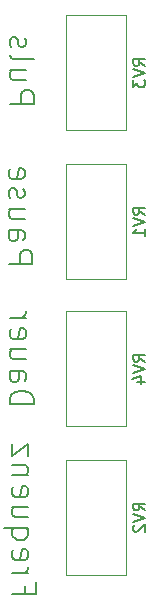
<source format=gbr>
%TF.GenerationSoftware,KiCad,Pcbnew,6.0.11-2627ca5db0~126~ubuntu22.04.1*%
%TF.CreationDate,2023-02-28T16:13:49+01:00*%
%TF.ProjectId,AstaGroeting-A_Spark_of_Passion,41737461-4772-46f6-9574-696e672d415f,rev?*%
%TF.SameCoordinates,Original*%
%TF.FileFunction,Legend,Bot*%
%TF.FilePolarity,Positive*%
%FSLAX46Y46*%
G04 Gerber Fmt 4.6, Leading zero omitted, Abs format (unit mm)*
G04 Created by KiCad (PCBNEW 6.0.11-2627ca5db0~126~ubuntu22.04.1) date 2023-02-28 16:13:49*
%MOMM*%
%LPD*%
G01*
G04 APERTURE LIST*
%ADD10C,0.150000*%
%ADD11C,0.120000*%
G04 APERTURE END LIST*
D10*
X104592857Y-118951428D02*
X104592857Y-119618095D01*
X103545238Y-119618095D02*
X105545238Y-119618095D01*
X105545238Y-118665714D01*
X103545238Y-117903809D02*
X104878571Y-117903809D01*
X104497619Y-117903809D02*
X104688095Y-117808571D01*
X104783333Y-117713333D01*
X104878571Y-117522857D01*
X104878571Y-117332380D01*
X103640476Y-115903809D02*
X103545238Y-116094285D01*
X103545238Y-116475238D01*
X103640476Y-116665714D01*
X103830952Y-116760952D01*
X104592857Y-116760952D01*
X104783333Y-116665714D01*
X104878571Y-116475238D01*
X104878571Y-116094285D01*
X104783333Y-115903809D01*
X104592857Y-115808571D01*
X104402380Y-115808571D01*
X104211904Y-116760952D01*
X104878571Y-114094285D02*
X102878571Y-114094285D01*
X103640476Y-114094285D02*
X103545238Y-114284761D01*
X103545238Y-114665714D01*
X103640476Y-114856190D01*
X103735714Y-114951428D01*
X103926190Y-115046666D01*
X104497619Y-115046666D01*
X104688095Y-114951428D01*
X104783333Y-114856190D01*
X104878571Y-114665714D01*
X104878571Y-114284761D01*
X104783333Y-114094285D01*
X104878571Y-112284761D02*
X103545238Y-112284761D01*
X104878571Y-113141904D02*
X103830952Y-113141904D01*
X103640476Y-113046666D01*
X103545238Y-112856190D01*
X103545238Y-112570476D01*
X103640476Y-112380000D01*
X103735714Y-112284761D01*
X103640476Y-110570476D02*
X103545238Y-110760952D01*
X103545238Y-111141904D01*
X103640476Y-111332380D01*
X103830952Y-111427619D01*
X104592857Y-111427619D01*
X104783333Y-111332380D01*
X104878571Y-111141904D01*
X104878571Y-110760952D01*
X104783333Y-110570476D01*
X104592857Y-110475238D01*
X104402380Y-110475238D01*
X104211904Y-111427619D01*
X104878571Y-109618095D02*
X103545238Y-109618095D01*
X104688095Y-109618095D02*
X104783333Y-109522857D01*
X104878571Y-109332380D01*
X104878571Y-109046666D01*
X104783333Y-108856190D01*
X104592857Y-108760952D01*
X103545238Y-108760952D01*
X104878571Y-107999047D02*
X104878571Y-106951428D01*
X103545238Y-107999047D01*
X103545238Y-106951428D01*
X103345238Y-103589523D02*
X105345238Y-103589523D01*
X105345238Y-103113333D01*
X105250000Y-102827619D01*
X105059523Y-102637142D01*
X104869047Y-102541904D01*
X104488095Y-102446666D01*
X104202380Y-102446666D01*
X103821428Y-102541904D01*
X103630952Y-102637142D01*
X103440476Y-102827619D01*
X103345238Y-103113333D01*
X103345238Y-103589523D01*
X103345238Y-100732380D02*
X104392857Y-100732380D01*
X104583333Y-100827619D01*
X104678571Y-101018095D01*
X104678571Y-101399047D01*
X104583333Y-101589523D01*
X103440476Y-100732380D02*
X103345238Y-100922857D01*
X103345238Y-101399047D01*
X103440476Y-101589523D01*
X103630952Y-101684761D01*
X103821428Y-101684761D01*
X104011904Y-101589523D01*
X104107142Y-101399047D01*
X104107142Y-100922857D01*
X104202380Y-100732380D01*
X104678571Y-98922857D02*
X103345238Y-98922857D01*
X104678571Y-99780000D02*
X103630952Y-99780000D01*
X103440476Y-99684761D01*
X103345238Y-99494285D01*
X103345238Y-99208571D01*
X103440476Y-99018095D01*
X103535714Y-98922857D01*
X103440476Y-97208571D02*
X103345238Y-97399047D01*
X103345238Y-97780000D01*
X103440476Y-97970476D01*
X103630952Y-98065714D01*
X104392857Y-98065714D01*
X104583333Y-97970476D01*
X104678571Y-97780000D01*
X104678571Y-97399047D01*
X104583333Y-97208571D01*
X104392857Y-97113333D01*
X104202380Y-97113333D01*
X104011904Y-98065714D01*
X103345238Y-96256190D02*
X104678571Y-96256190D01*
X104297619Y-96256190D02*
X104488095Y-96160952D01*
X104583333Y-96065714D01*
X104678571Y-95875238D01*
X104678571Y-95684761D01*
X103245238Y-91680000D02*
X105245238Y-91680000D01*
X105245238Y-90918095D01*
X105150000Y-90727619D01*
X105054761Y-90632380D01*
X104864285Y-90537142D01*
X104578571Y-90537142D01*
X104388095Y-90632380D01*
X104292857Y-90727619D01*
X104197619Y-90918095D01*
X104197619Y-91680000D01*
X103245238Y-88822857D02*
X104292857Y-88822857D01*
X104483333Y-88918095D01*
X104578571Y-89108571D01*
X104578571Y-89489523D01*
X104483333Y-89680000D01*
X103340476Y-88822857D02*
X103245238Y-89013333D01*
X103245238Y-89489523D01*
X103340476Y-89680000D01*
X103530952Y-89775238D01*
X103721428Y-89775238D01*
X103911904Y-89680000D01*
X104007142Y-89489523D01*
X104007142Y-89013333D01*
X104102380Y-88822857D01*
X104578571Y-87013333D02*
X103245238Y-87013333D01*
X104578571Y-87870476D02*
X103530952Y-87870476D01*
X103340476Y-87775238D01*
X103245238Y-87584761D01*
X103245238Y-87299047D01*
X103340476Y-87108571D01*
X103435714Y-87013333D01*
X103340476Y-86156190D02*
X103245238Y-85965714D01*
X103245238Y-85584761D01*
X103340476Y-85394285D01*
X103530952Y-85299047D01*
X103626190Y-85299047D01*
X103816666Y-85394285D01*
X103911904Y-85584761D01*
X103911904Y-85870476D01*
X104007142Y-86060952D01*
X104197619Y-86156190D01*
X104292857Y-86156190D01*
X104483333Y-86060952D01*
X104578571Y-85870476D01*
X104578571Y-85584761D01*
X104483333Y-85394285D01*
X103340476Y-83680000D02*
X103245238Y-83870476D01*
X103245238Y-84251428D01*
X103340476Y-84441904D01*
X103530952Y-84537142D01*
X104292857Y-84537142D01*
X104483333Y-84441904D01*
X104578571Y-84251428D01*
X104578571Y-83870476D01*
X104483333Y-83680000D01*
X104292857Y-83584761D01*
X104102380Y-83584761D01*
X103911904Y-84537142D01*
X103345238Y-78141904D02*
X105345238Y-78141904D01*
X105345238Y-77380000D01*
X105250000Y-77189523D01*
X105154761Y-77094285D01*
X104964285Y-76999047D01*
X104678571Y-76999047D01*
X104488095Y-77094285D01*
X104392857Y-77189523D01*
X104297619Y-77380000D01*
X104297619Y-78141904D01*
X104678571Y-75284761D02*
X103345238Y-75284761D01*
X104678571Y-76141904D02*
X103630952Y-76141904D01*
X103440476Y-76046666D01*
X103345238Y-75856190D01*
X103345238Y-75570476D01*
X103440476Y-75380000D01*
X103535714Y-75284761D01*
X103345238Y-74046666D02*
X103440476Y-74237142D01*
X103630952Y-74332380D01*
X105345238Y-74332380D01*
X103440476Y-73380000D02*
X103345238Y-73189523D01*
X103345238Y-72808571D01*
X103440476Y-72618095D01*
X103630952Y-72522857D01*
X103726190Y-72522857D01*
X103916666Y-72618095D01*
X104011904Y-72808571D01*
X104011904Y-73094285D01*
X104107142Y-73284761D01*
X104297619Y-73380000D01*
X104392857Y-73380000D01*
X104583333Y-73284761D01*
X104678571Y-73094285D01*
X104678571Y-72808571D01*
X104583333Y-72618095D01*
%TO.C,RV4*%
X114762380Y-99974761D02*
X114286190Y-99641428D01*
X114762380Y-99403333D02*
X113762380Y-99403333D01*
X113762380Y-99784285D01*
X113810000Y-99879523D01*
X113857619Y-99927142D01*
X113952857Y-99974761D01*
X114095714Y-99974761D01*
X114190952Y-99927142D01*
X114238571Y-99879523D01*
X114286190Y-99784285D01*
X114286190Y-99403333D01*
X113762380Y-100260476D02*
X114762380Y-100593809D01*
X113762380Y-100927142D01*
X114095714Y-101689047D02*
X114762380Y-101689047D01*
X113714761Y-101450952D02*
X114429047Y-101212857D01*
X114429047Y-101831904D01*
%TO.C,RV3*%
X114762380Y-74924761D02*
X114286190Y-74591428D01*
X114762380Y-74353333D02*
X113762380Y-74353333D01*
X113762380Y-74734285D01*
X113810000Y-74829523D01*
X113857619Y-74877142D01*
X113952857Y-74924761D01*
X114095714Y-74924761D01*
X114190952Y-74877142D01*
X114238571Y-74829523D01*
X114286190Y-74734285D01*
X114286190Y-74353333D01*
X113762380Y-75210476D02*
X114762380Y-75543809D01*
X113762380Y-75877142D01*
X113762380Y-76115238D02*
X113762380Y-76734285D01*
X114143333Y-76400952D01*
X114143333Y-76543809D01*
X114190952Y-76639047D01*
X114238571Y-76686666D01*
X114333809Y-76734285D01*
X114571904Y-76734285D01*
X114667142Y-76686666D01*
X114714761Y-76639047D01*
X114762380Y-76543809D01*
X114762380Y-76258095D01*
X114714761Y-76162857D01*
X114667142Y-76115238D01*
%TO.C,RV2*%
X114762380Y-112574761D02*
X114286190Y-112241428D01*
X114762380Y-112003333D02*
X113762380Y-112003333D01*
X113762380Y-112384285D01*
X113810000Y-112479523D01*
X113857619Y-112527142D01*
X113952857Y-112574761D01*
X114095714Y-112574761D01*
X114190952Y-112527142D01*
X114238571Y-112479523D01*
X114286190Y-112384285D01*
X114286190Y-112003333D01*
X113762380Y-112860476D02*
X114762380Y-113193809D01*
X113762380Y-113527142D01*
X113857619Y-113812857D02*
X113810000Y-113860476D01*
X113762380Y-113955714D01*
X113762380Y-114193809D01*
X113810000Y-114289047D01*
X113857619Y-114336666D01*
X113952857Y-114384285D01*
X114048095Y-114384285D01*
X114190952Y-114336666D01*
X114762380Y-113765238D01*
X114762380Y-114384285D01*
%TO.C,RV1*%
X114762380Y-87524761D02*
X114286190Y-87191428D01*
X114762380Y-86953333D02*
X113762380Y-86953333D01*
X113762380Y-87334285D01*
X113810000Y-87429523D01*
X113857619Y-87477142D01*
X113952857Y-87524761D01*
X114095714Y-87524761D01*
X114190952Y-87477142D01*
X114238571Y-87429523D01*
X114286190Y-87334285D01*
X114286190Y-86953333D01*
X113762380Y-87810476D02*
X114762380Y-88143809D01*
X113762380Y-88477142D01*
X114762380Y-89334285D02*
X114762380Y-88762857D01*
X114762380Y-89048571D02*
X113762380Y-89048571D01*
X113905238Y-88953333D01*
X114000476Y-88858095D01*
X114048095Y-88762857D01*
D11*
%TO.C,RV4*%
X113180000Y-95685000D02*
X108110000Y-95685000D01*
X113180000Y-105455000D02*
X108110000Y-105455000D01*
X108110000Y-105455000D02*
X108110000Y-95685000D01*
X113180000Y-105455000D02*
X113180000Y-95685000D01*
%TO.C,RV3*%
X108110000Y-80405000D02*
X108110000Y-70635000D01*
X113180000Y-80405000D02*
X108110000Y-80405000D01*
X113180000Y-70635000D02*
X108110000Y-70635000D01*
X113180000Y-80405000D02*
X113180000Y-70635000D01*
%TO.C,RV2*%
X113180000Y-118055000D02*
X108110000Y-118055000D01*
X108110000Y-118055000D02*
X108110000Y-108285000D01*
X113180000Y-118055000D02*
X113180000Y-108285000D01*
X113180000Y-108285000D02*
X108110000Y-108285000D01*
%TO.C,RV1*%
X113180000Y-93005000D02*
X108110000Y-93005000D01*
X113180000Y-93005000D02*
X113180000Y-83235000D01*
X108110000Y-93005000D02*
X108110000Y-83235000D01*
X113180000Y-83235000D02*
X108110000Y-83235000D01*
%TD*%
M02*

</source>
